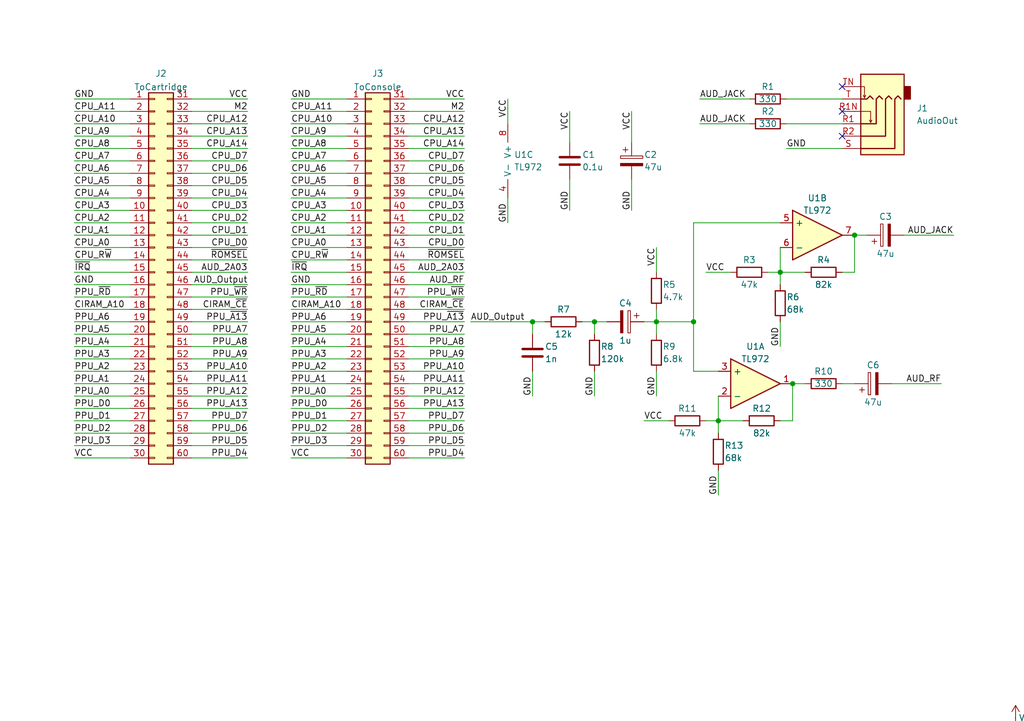
<source format=kicad_sch>
(kicad_sch (version 20230121) (generator eeschema)
  (paper "A5")
  (title_block (title "FC Cartridge Audio Jack") (date "2023-09-26") (rev "0.1.0") (company "Persune"))
  (lib_symbols
    (symbol "Connector_Audio:AudioJack4_SwitchTR1"
      (property "Reference" "J" (at 0 11.43 0))
      (property "Value" "AudioJack4_SwitchTR1" (at 0 8.89 0))
      (symbol "AudioJack4_SwitchTR1_0_1"
        (rectangle (start -7.62 -5.08) (end -8.89 -7.62) (stroke (width 0.254)) (fill (type outline)))
        (polyline (pts (xy 1.27 -5.08) (xy 2.54 -5.08)))
        (polyline (pts (xy 1.27 2.54) (xy 2.54 2.54)))
        (polyline (pts (xy 2.54 0) (xy 1.27 0)))
        (polyline (pts (xy 2.54 5.08) (xy 1.27 5.08)))
        (rectangle (start 1.27 6.35) (end -7.62 -10.16) (stroke (width 0.254)) (fill (type background)))
      )
      (symbol "AudioJack4_SwitchTR1_1_1"
        (polyline (pts (xy -0.762 -0.254) (xy -0.508 -0.762)))
        (polyline (pts (xy 0.508 -5.334) (xy 0.762 -5.842)))
        (polyline (pts (xy -1.27 -5.08) (xy -0.635 -5.715) (xy 0 -5.08) (xy 1.27 -5.08)) (stroke (width 0.254)))
        (polyline (pts (xy 2.54 -7.62) (xy 0.508 -7.62) (xy 0.508 -5.334) (xy 0.254 -5.842)))
        (polyline (pts (xy 2.54 -2.54) (xy -0.762 -2.54) (xy -0.762 -0.254) (xy -1.016 -0.762)))
        (polyline (pts (xy -3.175 -5.08) (xy -2.54 -5.715) (xy -1.905 -5.08) (xy -1.905 0) (xy 1.27 0)) (stroke (width 0.254)))
        (polyline (pts (xy 1.27 2.54) (xy -3.81 2.54) (xy -3.81 -5.08) (xy -4.445 -5.715) (xy -5.08 -5.08)) (stroke (width 0.254)))
        (polyline (pts (xy 1.27 5.08) (xy -5.715 5.08) (xy -5.715 -5.08) (xy -6.35 -5.715) (xy -6.985 -5.08)) (stroke (width 0.254)))
        (pin passive line (at 5.08 0 180) (length 2.54) (name "~") (number "R1"))
        (pin passive line (at 5.08 -2.54 180) (length 2.54) (name "~") (number "R1N"))
        (pin passive line (at 5.08 2.54 180) (length 2.54) (name "~") (number "R2"))
        (pin passive line (at 5.08 5.08 180) (length 2.54) (name "~") (number "S"))
        (pin passive line (at 5.08 -5.08 180) (length 2.54) (name "~") (number "T"))
        (pin passive line (at 5.08 -7.62 180) (length 2.54) (name "~") (number "TN"))
      )
    )
    (symbol "Connector_Generic:Conn_02x30_Top_Bottom" (pin_names (offset 1.016) hide)
      (property "Reference" "J" (at 1.27 38.1 0))
      (property "Value" "Conn_02x30_Top_Bottom" (at 1.27 -40.64 0))
      (symbol "Conn_02x30_Top_Bottom_1_1"
        (rectangle (start -1.27 -37.973) (end 0 -38.227) (stroke (width 0.1524)))
        (rectangle (start -1.27 -35.433) (end 0 -35.687) (stroke (width 0.1524)))
        (rectangle (start -1.27 -32.893) (end 0 -33.147) (stroke (width 0.1524)))
        (rectangle (start -1.27 -30.353) (end 0 -30.607) (stroke (width 0.1524)))
        (rectangle (start -1.27 -27.813) (end 0 -28.067) (stroke (width 0.1524)))
        (rectangle (start -1.27 -25.273) (end 0 -25.527) (stroke (width 0.1524)))
        (rectangle (start -1.27 -22.733) (end 0 -22.987) (stroke (width 0.1524)))
        (rectangle (start -1.27 -20.193) (end 0 -20.447) (stroke (width 0.1524)))
        (rectangle (start -1.27 -17.653) (end 0 -17.907) (stroke (width 0.1524)))
        (rectangle (start -1.27 -15.113) (end 0 -15.367) (stroke (width 0.1524)))
        (rectangle (start -1.27 -12.573) (end 0 -12.827) (stroke (width 0.1524)))
        (rectangle (start -1.27 -10.033) (end 0 -10.287) (stroke (width 0.1524)))
        (rectangle (start -1.27 -7.493) (end 0 -7.747) (stroke (width 0.1524)))
        (rectangle (start -1.27 -4.953) (end 0 -5.207) (stroke (width 0.1524)))
        (rectangle (start -1.27 -2.413) (end 0 -2.667) (stroke (width 0.1524)))
        (rectangle (start -1.27 0.127) (end 0 -0.127) (stroke (width 0.1524)))
        (rectangle (start -1.27 2.667) (end 0 2.413) (stroke (width 0.1524)))
        (rectangle (start -1.27 5.207) (end 0 4.953) (stroke (width 0.1524)))
        (rectangle (start -1.27 7.747) (end 0 7.493) (stroke (width 0.1524)))
        (rectangle (start -1.27 10.287) (end 0 10.033) (stroke (width 0.1524)))
        (rectangle (start -1.27 12.827) (end 0 12.573) (stroke (width 0.1524)))
        (rectangle (start -1.27 15.367) (end 0 15.113) (stroke (width 0.1524)))
        (rectangle (start -1.27 17.907) (end 0 17.653) (stroke (width 0.1524)))
        (rectangle (start -1.27 20.447) (end 0 20.193) (stroke (width 0.1524)))
        (rectangle (start -1.27 22.987) (end 0 22.733) (stroke (width 0.1524)))
        (rectangle (start -1.27 25.527) (end 0 25.273) (stroke (width 0.1524)))
        (rectangle (start -1.27 28.067) (end 0 27.813) (stroke (width 0.1524)))
        (rectangle (start -1.27 30.607) (end 0 30.353) (stroke (width 0.1524)))
        (rectangle (start -1.27 33.147) (end 0 32.893) (stroke (width 0.1524)))
        (rectangle (start -1.27 35.687) (end 0 35.433) (stroke (width 0.1524)))
        (rectangle (start -1.27 36.83) (end 3.81 -39.37) (stroke (width 0.254)) (fill (type background)))
        (rectangle (start 3.81 -37.973) (end 2.54 -38.227) (stroke (width 0.1524)))
        (rectangle (start 3.81 -35.433) (end 2.54 -35.687) (stroke (width 0.1524)))
        (rectangle (start 3.81 -32.893) (end 2.54 -33.147) (stroke (width 0.1524)))
        (rectangle (start 3.81 -30.353) (end 2.54 -30.607) (stroke (width 0.1524)))
        (rectangle (start 3.81 -27.813) (end 2.54 -28.067) (stroke (width 0.1524)))
        (rectangle (start 3.81 -25.273) (end 2.54 -25.527) (stroke (width 0.1524)))
        (rectangle (start 3.81 -22.733) (end 2.54 -22.987) (stroke (width 0.1524)))
        (rectangle (start 3.81 -20.193) (end 2.54 -20.447) (stroke (width 0.1524)))
        (rectangle (start 3.81 -17.653) (end 2.54 -17.907) (stroke (width 0.1524)))
        (rectangle (start 3.81 -15.113) (end 2.54 -15.367) (stroke (width 0.1524)))
        (rectangle (start 3.81 -12.573) (end 2.54 -12.827) (stroke (width 0.1524)))
        (rectangle (start 3.81 -10.033) (end 2.54 -10.287) (stroke (width 0.1524)))
        (rectangle (start 3.81 -7.493) (end 2.54 -7.747) (stroke (width 0.1524)))
        (rectangle (start 3.81 -4.953) (end 2.54 -5.207) (stroke (width 0.1524)))
        (rectangle (start 3.81 -2.413) (end 2.54 -2.667) (stroke (width 0.1524)))
        (rectangle (start 3.81 0.127) (end 2.54 -0.127) (stroke (width 0.1524)))
        (rectangle (start 3.81 2.667) (end 2.54 2.413) (stroke (width 0.1524)))
        (rectangle (start 3.81 5.207) (end 2.54 4.953) (stroke (width 0.1524)))
        (rectangle (start 3.81 7.747) (end 2.54 7.493) (stroke (width 0.1524)))
        (rectangle (start 3.81 10.287) (end 2.54 10.033) (stroke (width 0.1524)))
        (rectangle (start 3.81 12.827) (end 2.54 12.573) (stroke (width 0.1524)))
        (rectangle (start 3.81 15.367) (end 2.54 15.113) (stroke (width 0.1524)))
        (rectangle (start 3.81 17.907) (end 2.54 17.653) (stroke (width 0.1524)))
        (rectangle (start 3.81 20.447) (end 2.54 20.193) (stroke (width 0.1524)))
        (rectangle (start 3.81 22.987) (end 2.54 22.733) (stroke (width 0.1524)))
        (rectangle (start 3.81 25.527) (end 2.54 25.273) (stroke (width 0.1524)))
        (rectangle (start 3.81 28.067) (end 2.54 27.813) (stroke (width 0.1524)))
        (rectangle (start 3.81 30.607) (end 2.54 30.353) (stroke (width 0.1524)))
        (rectangle (start 3.81 33.147) (end 2.54 32.893) (stroke (width 0.1524)))
        (rectangle (start 3.81 35.687) (end 2.54 35.433) (stroke (width 0.1524)))
        (pin passive line (at -5.08 35.56 0) (length 3.81) (name "Pin_1") (number "1"))
        (pin passive line (at -5.08 12.7 0) (length 3.81) (name "Pin_10") (number "10"))
        (pin passive line (at -5.08 10.16 0) (length 3.81) (name "Pin_11") (number "11"))
        (pin passive line (at -5.08 7.62 0) (length 3.81) (name "Pin_12") (number "12"))
        (pin passive line (at -5.08 5.08 0) (length 3.81) (name "Pin_13") (number "13"))
        (pin passive line (at -5.08 2.54 0) (length 3.81) (name "Pin_14") (number "14"))
        (pin passive line (at -5.08 0 0) (length 3.81) (name "Pin_15") (number "15"))
        (pin passive line (at -5.08 -2.54 0) (length 3.81) (name "Pin_16") (number "16"))
        (pin passive line (at -5.08 -5.08 0) (length 3.81) (name "Pin_17") (number "17"))
        (pin passive line (at -5.08 -7.62 0) (length 3.81) (name "Pin_18") (number "18"))
        (pin passive line (at -5.08 -10.16 0) (length 3.81) (name "Pin_19") (number "19"))
        (pin passive line (at -5.08 33.02 0) (length 3.81) (name "Pin_2") (number "2"))
        (pin passive line (at -5.08 -12.7 0) (length 3.81) (name "Pin_20") (number "20"))
        (pin passive line (at -5.08 -15.24 0) (length 3.81) (name "Pin_21") (number "21"))
        (pin passive line (at -5.08 -17.78 0) (length 3.81) (name "Pin_22") (number "22"))
        (pin passive line (at -5.08 -20.32 0) (length 3.81) (name "Pin_23") (number "23"))
        (pin passive line (at -5.08 -22.86 0) (length 3.81) (name "Pin_24") (number "24"))
        (pin passive line (at -5.08 -25.4 0) (length 3.81) (name "Pin_25") (number "25"))
        (pin passive line (at -5.08 -27.94 0) (length 3.81) (name "Pin_26") (number "26"))
        (pin passive line (at -5.08 -30.48 0) (length 3.81) (name "Pin_27") (number "27"))
        (pin passive line (at -5.08 -33.02 0) (length 3.81) (name "Pin_28") (number "28"))
        (pin passive line (at -5.08 -35.56 0) (length 3.81) (name "Pin_29") (number "29"))
        (pin passive line (at -5.08 30.48 0) (length 3.81) (name "Pin_3") (number "3"))
        (pin passive line (at -5.08 -38.1 0) (length 3.81) (name "Pin_30") (number "30"))
        (pin passive line (at 7.62 35.56 180) (length 3.81) (name "Pin_31") (number "31"))
        (pin passive line (at 7.62 33.02 180) (length 3.81) (name "Pin_32") (number "32"))
        (pin passive line (at 7.62 30.48 180) (length 3.81) (name "Pin_33") (number "33"))
        (pin passive line (at 7.62 27.94 180) (length 3.81) (name "Pin_34") (number "34"))
        (pin passive line (at 7.62 25.4 180) (length 3.81) (name "Pin_35") (number "35"))
        (pin passive line (at 7.62 22.86 180) (length 3.81) (name "Pin_36") (number "36"))
        (pin passive line (at 7.62 20.32 180) (length 3.81) (name "Pin_37") (number "37"))
        (pin passive line (at 7.62 17.78 180) (length 3.81) (name "Pin_38") (number "38"))
        (pin passive line (at 7.62 15.24 180) (length 3.81) (name "Pin_39") (number "39"))
        (pin passive line (at -5.08 27.94 0) (length 3.81) (name "Pin_4") (number "4"))
        (pin passive line (at 7.62 12.7 180) (length 3.81) (name "Pin_40") (number "40"))
        (pin passive line (at 7.62 10.16 180) (length 3.81) (name "Pin_41") (number "41"))
        (pin passive line (at 7.62 7.62 180) (length 3.81) (name "Pin_42") (number "42"))
        (pin passive line (at 7.62 5.08 180) (length 3.81) (name "Pin_43") (number "43"))
        (pin passive line (at 7.62 2.54 180) (length 3.81) (name "Pin_44") (number "44"))
        (pin passive line (at 7.62 0 180) (length 3.81) (name "Pin_45") (number "45"))
        (pin passive line (at 7.62 -2.54 180) (length 3.81) (name "Pin_46") (number "46"))
        (pin passive line (at 7.62 -5.08 180) (length 3.81) (name "Pin_47") (number "47"))
        (pin passive line (at 7.62 -7.62 180) (length 3.81) (name "Pin_48") (number "48"))
        (pin passive line (at 7.62 -10.16 180) (length 3.81) (name "Pin_49") (number "49"))
        (pin passive line (at -5.08 25.4 0) (length 3.81) (name "Pin_5") (number "5"))
        (pin passive line (at 7.62 -12.7 180) (length 3.81) (name "Pin_50") (number "50"))
        (pin passive line (at 7.62 -15.24 180) (length 3.81) (name "Pin_51") (number "51"))
        (pin passive line (at 7.62 -17.78 180) (length 3.81) (name "Pin_52") (number "52"))
        (pin passive line (at 7.62 -20.32 180) (length 3.81) (name "Pin_53") (number "53"))
        (pin passive line (at 7.62 -22.86 180) (length 3.81) (name "Pin_54") (number "54"))
        (pin passive line (at 7.62 -25.4 180) (length 3.81) (name "Pin_55") (number "55"))
        (pin passive line (at 7.62 -27.94 180) (length 3.81) (name "Pin_56") (number "56"))
        (pin passive line (at 7.62 -30.48 180) (length 3.81) (name "Pin_57") (number "57"))
        (pin passive line (at 7.62 -33.02 180) (length 3.81) (name "Pin_58") (number "58"))
        (pin passive line (at 7.62 -35.56 180) (length 3.81) (name "Pin_59") (number "59"))
        (pin passive line (at -5.08 22.86 0) (length 3.81) (name "Pin_6") (number "6"))
        (pin passive line (at 7.62 -38.1 180) (length 3.81) (name "Pin_60") (number "60"))
        (pin passive line (at -5.08 20.32 0) (length 3.81) (name "Pin_7") (number "7"))
        (pin passive line (at -5.08 17.78 0) (length 3.81) (name "Pin_8") (number "8"))
        (pin passive line (at -5.08 15.24 0) (length 3.81) (name "Pin_9") (number "9"))
      )
    )
    (symbol "Device:C" (pin_numbers hide) (pin_names (offset 0.254))
      (property "Reference" "C" (at 0.635 2.54 0))
      (property "Value" "C" (at 0.635 -2.54 0))
      (symbol "C_0_1"
        (polyline (pts (xy -2.032 -0.762) (xy 2.032 -0.762)) (stroke (width 0.508)))
        (polyline (pts (xy -2.032 0.762) (xy 2.032 0.762)) (stroke (width 0.508)))
      )
      (symbol "C_1_1"
        (pin passive line (at 0 3.81 270) (length 2.794) (name "~") (number "1"))
        (pin passive line (at 0 -3.81 90) (length 2.794) (name "~") (number "2"))
      )
    )
    (symbol "Device:C_Polarized" (pin_numbers hide) (pin_names (offset 0.254))
      (property "Reference" "C" (at 0.635 2.54 0))
      (property "Value" "C_Polarized" (at 0.635 -2.54 0))
      (symbol "C_Polarized_0_1"
        (rectangle (start -2.286 0.508) (end 2.286 1.016))
        (polyline (pts (xy -1.778 2.286) (xy -0.762 2.286)))
        (polyline (pts (xy -1.27 2.794) (xy -1.27 1.778)))
        (rectangle (start 2.286 -0.508) (end -2.286 -1.016) (fill (type outline)))
      )
      (symbol "C_Polarized_1_1"
        (pin passive line (at 0 3.81 270) (length 2.794) (name "~") (number "1"))
        (pin passive line (at 0 -3.81 90) (length 2.794) (name "~") (number "2"))
      )
    )
    (symbol "Device:Opamp_Dual"
      (property "Reference" "U" (at 0 5.08 0))
      (property "Value" "Opamp_Dual" (at 0 -5.08 0))
      (symbol "Opamp_Dual_1_1"
        (polyline (pts (xy -5.08 5.08) (xy 5.08 0) (xy -5.08 -5.08) (xy -5.08 5.08)) (stroke (width 0.254)) (fill (type background)))
        (pin output line (at 7.62 0 180) (length 2.54) (name "~") (number "1"))
        (pin input line (at -7.62 -2.54 0) (length 2.54) (name "-") (number "2"))
        (pin input line (at -7.62 2.54 0) (length 2.54) (name "+") (number "3"))
      )
      (symbol "Opamp_Dual_2_1"
        (polyline (pts (xy -5.08 5.08) (xy 5.08 0) (xy -5.08 -5.08) (xy -5.08 5.08)) (stroke (width 0.254)) (fill (type background)))
        (pin input line (at -7.62 2.54 0) (length 2.54) (name "+") (number "5"))
        (pin input line (at -7.62 -2.54 0) (length 2.54) (name "-") (number "6"))
        (pin output line (at 7.62 0 180) (length 2.54) (name "~") (number "7"))
      )
      (symbol "Opamp_Dual_3_1"
        (pin power_in line (at -2.54 -7.62 90) (length 3.81) (name "V-") (number "4"))
        (pin power_in line (at -2.54 7.62 270) (length 3.81) (name "V+") (number "8"))
      )
    )
    (symbol "Device:R" (pin_numbers hide) (pin_names (offset 0))
      (property "Reference" "R" (at 2.032 0 90))
      (property "Value" "R" (at 0 0 90))
      (symbol "R_0_1"
        (rectangle (start -1.016 -2.54) (end 1.016 2.54) (stroke (width 0.254)))
      )
      (symbol "R_1_1"
        (pin passive line (at 0 3.81 270) (length 1.27) (name "~") (number "1"))
        (pin passive line (at 0 -3.81 90) (length 1.27) (name "~") (number "2"))
      )
    )
    (symbol "GND_1" (power) (pin_names (offset 0))
      (property "Value" "GND_1" (at 0 -3.81 0))
      (symbol "GND_1_0_1"
        (polyline (pts (xy 0 0) (xy 0 -1.27) (xy 1.27 -1.27) (xy 0 -2.54) (xy -1.27 -1.27) (xy 0 -1.27)))
      )
      (symbol "GND_1_1_1"
        (pin power_in line (at 0 0 270) (length 0) hide (name "GND") (number "1"))
      )
    )
    (symbol "PWR_FLAG_1" (power) (pin_numbers hide) (pin_names (offset 0) hide)
      (property "Value" "PWR_FLAG_1" (at 0 3.81 0))
      (symbol "PWR_FLAG_1_0_0"
        (pin power_out line (at 0 0 90) (length 0) (name "pwr") (number "1"))
      )
      (symbol "PWR_FLAG_1_0_1"
        (polyline (pts (xy 0 0) (xy 0 1.27) (xy -1.016 1.905) (xy 0 2.54) (xy 1.016 1.905) (xy 0 1.27)))
      )
    )
    (symbol "VCC_1" (power) (pin_names (offset 0))
      (property "Value" "VCC_1" (at 0 3.81 0))
      (symbol "VCC_1_0_1"
        (polyline (pts (xy -0.762 1.27) (xy 0 2.54)))
        (polyline (pts (xy 0 0) (xy 0 2.54)))
        (polyline (pts (xy 0 2.54) (xy 0.762 1.27)))
      )
      (symbol "VCC_1_1_1"
        (pin power_in line (at 0 0 90) (length 0) hide (name "VCC") (number "1"))
      )
    )
    (symbol "power:GND" (power) (pin_names (offset 0))
      (property "Value" "GND" (at 0 -3.81 0))
      (symbol "GND_0_1"
        (polyline (pts (xy 0 0) (xy 0 -1.27) (xy 1.27 -1.27) (xy 0 -2.54) (xy -1.27 -1.27) (xy 0 -1.27)))
      )
      (symbol "GND_1_1"
        (pin power_in line (at 0 0 270) (length 0) hide (name "GND") (number "1"))
      )
    )
    (symbol "power:PWR_FLAG" (power) (pin_numbers hide) (pin_names (offset 0) hide)
      (property "Value" "PWR_FLAG" (at 0 3.81 0))
      (symbol "PWR_FLAG_0_0"
        (pin power_out line (at 0 0 90) (length 0) (name "pwr") (number "1"))
      )
      (symbol "PWR_FLAG_0_1"
        (polyline (pts (xy 0 0) (xy 0 1.27) (xy -1.016 1.905) (xy 0 2.54) (xy 1.016 1.905) (xy 0 1.27)))
      )
    )
    (symbol "power:VCC" (power) (pin_names (offset 0))
      (property "Value" "VCC" (at 0 3.81 0))
      (symbol "VCC_0_1"
        (polyline (pts (xy -0.762 1.27) (xy 0 2.54)))
        (polyline (pts (xy 0 0) (xy 0 2.54)))
        (polyline (pts (xy 0 2.54) (xy 0.762 1.27)))
      )
      (symbol "VCC_1_1"
        (pin power_in line (at 0 0 90) (length 0) hide (name "VCC") (number "1"))
      )
    )
  )
  (junction (at 162.56 78.74))
  (junction (at 109.22 66.04))
  (junction (at 142.24 66.04))
  (junction (at 134.62 66.04))
  (junction (at 175.26 48.26))
  (junction (at 160.02 55.88))
  (junction (at 121.92 66.04))
  (junction (at 147.32 86.36))
  (no_connect (at 172.72 27.94))
  (no_connect (at 172.72 17.78))
  (no_connect (at 172.72 22.86))
  (wire (pts (xy 15.24 71.12) (xy 26.67 71.12)))
  (wire (pts (xy 39.37 55.88) (xy 50.8 55.88)))
  (wire (pts (xy 121.92 66.04) (xy 124.46 66.04)))
  (wire (pts (xy 15.24 68.58) (xy 26.67 68.58)))
  (wire (pts (xy 129.54 22.86) (xy 129.54 29.21)))
  (wire (pts (xy 15.24 25.4) (xy 26.67 25.4)))
  (wire (pts (xy 59.69 22.86) (xy 71.12 22.86)))
  (wire (pts (xy 116.84 22.86) (xy 116.84 29.21)))
  (wire (pts (xy 83.82 60.96) (xy 95.25 60.96)))
  (wire (pts (xy 83.82 55.88) (xy 95.25 55.88)))
  (wire (pts (xy 59.69 50.8) (xy 71.12 50.8)))
  (wire (pts (xy 147.32 86.36) (xy 147.32 88.9)))
  (wire (pts (xy 172.72 20.32) (xy 161.29 20.32)))
  (wire (pts (xy 15.24 63.5) (xy 26.67 63.5)))
  (wire (pts (xy 15.24 53.34) (xy 26.67 53.34)))
  (wire (pts (xy 15.24 48.26) (xy 26.67 48.26)))
  (wire (pts (xy 39.37 30.48) (xy 50.8 30.48)))
  (wire (pts (xy 121.92 81.28) (xy 121.92 76.2)))
  (wire (pts (xy 116.84 36.83) (xy 116.84 43.18)))
  (wire (pts (xy 39.37 45.72) (xy 50.8 45.72)))
  (wire (pts (xy 59.69 63.5) (xy 71.12 63.5)))
  (wire (pts (xy 132.08 86.36) (xy 137.16 86.36)))
  (wire (pts (xy 15.24 22.86) (xy 26.67 22.86)))
  (wire (pts (xy 59.69 25.4) (xy 71.12 25.4)))
  (wire (pts (xy 59.69 40.64) (xy 71.12 40.64)))
  (wire (pts (xy 39.37 78.74) (xy 50.8 78.74)))
  (wire (pts (xy 15.24 20.32) (xy 26.67 20.32)))
  (wire (pts (xy 83.82 33.02) (xy 95.25 33.02)))
  (wire (pts (xy 39.37 38.1) (xy 50.8 38.1)))
  (wire (pts (xy 182.88 78.74) (xy 193.04 78.74)))
  (wire (pts (xy 129.54 36.83) (xy 129.54 43.18)))
  (wire (pts (xy 83.82 73.66) (xy 95.25 73.66)))
  (wire (pts (xy 39.37 53.34) (xy 50.8 53.34)))
  (wire (pts (xy 134.62 66.04) (xy 142.24 66.04)))
  (wire (pts (xy 160.02 86.36) (xy 162.56 86.36)))
  (wire (pts (xy 143.51 25.4) (xy 153.67 25.4)))
  (wire (pts (xy 172.72 25.4) (xy 161.29 25.4)))
  (wire (pts (xy 83.82 30.48) (xy 95.25 30.48)))
  (wire (pts (xy 83.82 93.98) (xy 95.25 93.98)))
  (wire (pts (xy 59.69 38.1) (xy 71.12 38.1)))
  (wire (pts (xy 39.37 81.28) (xy 50.8 81.28)))
  (wire (pts (xy 83.82 22.86) (xy 95.25 22.86)))
  (wire (pts (xy 15.24 55.88) (xy 26.67 55.88)))
  (wire (pts (xy 162.56 86.36) (xy 162.56 78.74)))
  (wire (pts (xy 39.37 91.44) (xy 50.8 91.44)))
  (wire (pts (xy 83.82 27.94) (xy 95.25 27.94)))
  (wire (pts (xy 15.24 73.66) (xy 26.67 73.66)))
  (wire (pts (xy 134.62 66.04) (xy 134.62 68.58)))
  (wire (pts (xy 59.69 78.74) (xy 71.12 78.74)))
  (wire (pts (xy 39.37 35.56) (xy 50.8 35.56)))
  (wire (pts (xy 143.51 20.32) (xy 153.67 20.32)))
  (wire (pts (xy 59.69 81.28) (xy 71.12 81.28)))
  (wire (pts (xy 15.24 86.36) (xy 26.67 86.36)))
  (wire (pts (xy 172.72 30.48) (xy 161.29 30.48)))
  (wire (pts (xy 59.69 73.66) (xy 71.12 73.66)))
  (wire (pts (xy 83.82 91.44) (xy 95.25 91.44)))
  (wire (pts (xy 119.38 66.04) (xy 121.92 66.04)))
  (wire (pts (xy 39.37 25.4) (xy 50.8 25.4)))
  (wire (pts (xy 39.37 88.9) (xy 50.8 88.9)))
  (wire (pts (xy 15.24 66.04) (xy 26.67 66.04)))
  (wire (pts (xy 59.69 20.32) (xy 71.12 20.32)))
  (wire (pts (xy 39.37 86.36) (xy 50.8 86.36)))
  (wire (pts (xy 83.82 50.8) (xy 95.25 50.8)))
  (wire (pts (xy 59.69 83.82) (xy 71.12 83.82)))
  (wire (pts (xy 39.37 40.64) (xy 50.8 40.64)))
  (wire (pts (xy 15.24 30.48) (xy 26.67 30.48)))
  (wire (pts (xy 132.08 66.04) (xy 134.62 66.04)))
  (wire (pts (xy 39.37 71.12) (xy 50.8 71.12)))
  (wire (pts (xy 39.37 60.96) (xy 50.8 60.96)))
  (wire (pts (xy 83.82 43.18) (xy 95.25 43.18)))
  (wire (pts (xy 134.62 81.28) (xy 134.62 76.2)))
  (wire (pts (xy 59.69 35.56) (xy 71.12 35.56)))
  (wire (pts (xy 39.37 48.26) (xy 50.8 48.26)))
  (wire (pts (xy 15.24 78.74) (xy 26.67 78.74)))
  (wire (pts (xy 15.24 83.82) (xy 26.67 83.82)))
  (wire (pts (xy 160.02 50.8) (xy 160.02 55.88)))
  (wire (pts (xy 15.24 81.28) (xy 26.67 81.28)))
  (wire (pts (xy 172.72 55.88) (xy 175.26 55.88)))
  (wire (pts (xy 134.62 66.04) (xy 134.62 63.5)))
  (wire (pts (xy 59.69 43.18) (xy 71.12 43.18)))
  (wire (pts (xy 83.82 63.5) (xy 95.25 63.5)))
  (wire (pts (xy 142.24 66.04) (xy 142.24 76.2)))
  (wire (pts (xy 83.82 45.72) (xy 95.25 45.72)))
  (wire (pts (xy 15.24 93.98) (xy 26.67 93.98)))
  (wire (pts (xy 59.69 27.94) (xy 71.12 27.94)))
  (wire (pts (xy 83.82 83.82) (xy 95.25 83.82)))
  (wire (pts (xy 15.24 88.9) (xy 26.67 88.9)))
  (wire (pts (xy 59.69 68.58) (xy 71.12 68.58)))
  (wire (pts (xy 59.69 45.72) (xy 71.12 45.72)))
  (wire (pts (xy 39.37 73.66) (xy 50.8 73.66)))
  (wire (pts (xy 83.82 25.4) (xy 95.25 25.4)))
  (wire (pts (xy 147.32 86.36) (xy 152.4 86.36)))
  (wire (pts (xy 165.1 78.74) (xy 162.56 78.74)))
  (wire (pts (xy 15.24 45.72) (xy 26.67 45.72)))
  (wire (pts (xy 15.24 35.56) (xy 26.67 35.56)))
  (wire (pts (xy 59.69 88.9) (xy 71.12 88.9)))
  (wire (pts (xy 15.24 50.8) (xy 26.67 50.8)))
  (wire (pts (xy 142.24 45.72) (xy 142.24 66.04)))
  (wire (pts (xy 147.32 81.28) (xy 147.32 86.36)))
  (wire (pts (xy 175.26 55.88) (xy 175.26 48.26)))
  (wire (pts (xy 83.82 58.42) (xy 95.25 58.42)))
  (wire (pts (xy 83.82 81.28) (xy 95.25 81.28)))
  (wire (pts (xy 83.82 66.04) (xy 95.25 66.04)))
  (wire (pts (xy 59.69 60.96) (xy 71.12 60.96)))
  (wire (pts (xy 83.82 76.2) (xy 95.25 76.2)))
  (wire (pts (xy 104.14 45.72) (xy 104.14 40.64)))
  (wire (pts (xy 15.24 58.42) (xy 26.67 58.42)))
  (wire (pts (xy 83.82 68.58) (xy 95.25 68.58)))
  (wire (pts (xy 39.37 93.98) (xy 50.8 93.98)))
  (wire (pts (xy 109.22 66.04) (xy 111.76 66.04)))
  (wire (pts (xy 83.82 78.74) (xy 95.25 78.74)))
  (wire (pts (xy 39.37 50.8) (xy 50.8 50.8)))
  (wire (pts (xy 15.24 43.18) (xy 26.67 43.18)))
  (wire (pts (xy 59.69 53.34) (xy 71.12 53.34)))
  (wire (pts (xy 59.69 58.42) (xy 71.12 58.42)))
  (wire (pts (xy 15.24 76.2) (xy 26.67 76.2)))
  (wire (pts (xy 39.37 68.58) (xy 50.8 68.58)))
  (wire (pts (xy 185.42 48.26) (xy 195.58 48.26)))
  (wire (pts (xy 160.02 71.12) (xy 160.02 66.04)))
  (wire (pts (xy 96.52 66.04) (xy 109.22 66.04)))
  (wire (pts (xy 83.82 35.56) (xy 95.25 35.56)))
  (wire (pts (xy 39.37 66.04) (xy 50.8 66.04)))
  (wire (pts (xy 83.82 88.9) (xy 95.25 88.9)))
  (wire (pts (xy 142.24 45.72) (xy 160.02 45.72)))
  (wire (pts (xy 83.82 48.26) (xy 95.25 48.26)))
  (wire (pts (xy 39.37 22.86) (xy 50.8 22.86)))
  (wire (pts (xy 83.82 86.36) (xy 95.25 86.36)))
  (wire (pts (xy 144.78 55.88) (xy 149.86 55.88)))
  (wire (pts (xy 59.69 76.2) (xy 71.12 76.2)))
  (wire (pts (xy 147.32 101.6) (xy 147.32 96.52)))
  (wire (pts (xy 39.37 33.02) (xy 50.8 33.02)))
  (wire (pts (xy 172.72 78.74) (xy 175.26 78.74)))
  (wire (pts (xy 39.37 76.2) (xy 50.8 76.2)))
  (wire (pts (xy 104.14 20.32) (xy 104.14 25.4)))
  (wire (pts (xy 39.37 43.18) (xy 50.8 43.18)))
  (wire (pts (xy 59.69 93.98) (xy 71.12 93.98)))
  (wire (pts (xy 83.82 38.1) (xy 95.25 38.1)))
  (wire (pts (xy 142.24 76.2) (xy 147.32 76.2)))
  (wire (pts (xy 160.02 55.88) (xy 165.1 55.88)))
  (wire (pts (xy 15.24 60.96) (xy 26.67 60.96)))
  (wire (pts (xy 144.78 86.36) (xy 147.32 86.36)))
  (wire (pts (xy 83.82 20.32) (xy 95.25 20.32)))
  (wire (pts (xy 59.69 66.04) (xy 71.12 66.04)))
  (wire (pts (xy 59.69 55.88) (xy 71.12 55.88)))
  (wire (pts (xy 59.69 71.12) (xy 71.12 71.12)))
  (wire (pts (xy 59.69 91.44) (xy 71.12 91.44)))
  (wire (pts (xy 15.24 33.02) (xy 26.67 33.02)))
  (wire (pts (xy 160.02 55.88) (xy 160.02 58.42)))
  (wire (pts (xy 39.37 58.42) (xy 50.8 58.42)))
  (wire (pts (xy 15.24 40.64) (xy 26.67 40.64)))
  (wire (pts (xy 83.82 40.64) (xy 95.25 40.64)))
  (wire (pts (xy 39.37 83.82) (xy 50.8 83.82)))
  (wire (pts (xy 15.24 91.44) (xy 26.67 91.44)))
  (wire (pts (xy 39.37 20.32) (xy 50.8 20.32)))
  (wire (pts (xy 177.8 48.26) (xy 175.26 48.26)))
  (wire (pts (xy 39.37 27.94) (xy 50.8 27.94)))
  (wire (pts (xy 59.69 86.36) (xy 71.12 86.36)))
  (wire (pts (xy 109.22 81.28) (xy 109.22 76.2)))
  (wire (pts (xy 15.24 38.1) (xy 26.67 38.1)))
  (wire (pts (xy 83.82 71.12) (xy 95.25 71.12)))
  (wire (pts (xy 59.69 30.48) (xy 71.12 30.48)))
  (wire (pts (xy 109.22 66.04) (xy 109.22 68.58)))
  (wire (pts (xy 15.24 27.94) (xy 26.67 27.94)))
  (wire (pts (xy 134.62 50.8) (xy 134.62 55.88)))
  (wire (pts (xy 59.69 48.26) (xy 71.12 48.26)))
  (wire (pts (xy 83.82 53.34) (xy 95.25 53.34)))
  (wire (pts (xy 157.48 55.88) (xy 160.02 55.88)))
  (wire (pts (xy 59.69 33.02) (xy 71.12 33.02)))
  (wire (pts (xy 39.37 63.5) (xy 50.8 63.5)))
  (wire (pts (xy 121.92 66.04) (xy 121.92 68.58)))
  (label "VCC" (at 217.17 148.59 180))
  (label "CPU_A11" (at 15.24 22.86 0))
  (label "GND" (at 116.84 43.18 90))
  (label "CPU_A6" (at 59.69 35.56 0))
  (label "GND" (at 217.17 151.13 180))
  (label "PPU_A5" (at 59.69 68.58 0))
  (label "CPU_A2" (at 15.24 45.72 0))
  (label "CPU_D4" (at 95.25 40.64 180))
  (label "PPU_A7" (at 50.8 68.58 180))
  (label "CPU_R~{W}" (at 15.24 53.34 0))
  (label "PPU_A12" (at 50.8 81.28 180))
  (label "PPU_D7" (at 95.25 86.36 180))
  (label "~{IRQ}" (at 59.69 55.88 0))
  (label "CPU_A6" (at 15.24 35.56 0))
  (label "GND" (at 104.14 45.72 90))
  (label "CPU_A1" (at 59.69 48.26 0))
  (label "PPU_A1" (at 15.24 78.74 0))
  (label "~{ROMSEL}" (at 50.8 53.34 180))
  (label "CPU_D2" (at 95.25 45.72 180))
  (label "PPU_D1" (at 15.24 86.36 0))
  (label "CPU_D3" (at 50.8 43.18 180))
  (label "CPU_A0" (at 15.24 50.8 0))
  (label "AUD_JACK" (at 143.51 25.4 0))
  (label "CPU_A9" (at 59.69 27.94 0))
  (label "PPU_~{RD}" (at 15.24 60.96 0))
  (label "PPU_A7" (at 95.25 68.58 180))
  (label "VCC" (at 129.54 22.86 270))
  (label "PPU_A2" (at 15.24 76.2 0))
  (label "CPU_A10" (at 15.24 25.4 0))
  (label "CPU_A3" (at 59.69 43.18 0))
  (label "PPU_A2" (at 59.69 76.2 0))
  (label "PPU_A11" (at 50.8 78.74 180))
  (label "PPU_A8" (at 50.8 71.12 180))
  (label "AUD_2A03" (at 95.25 55.88 180))
  (label "PPU_D5" (at 95.25 91.44 180))
  (label "~{IRQ}" (at 15.24 55.88 0))
  (label "VCC" (at 116.84 22.86 270))
  (label "AUD_2A03" (at 50.8 55.88 180))
  (label "PPU_A3" (at 15.24 73.66 0))
  (label "AUD_Output" (at 50.8 58.42 180))
  (label "M2" (at 95.25 22.86 180))
  (label "PPU_D0" (at 59.69 83.82 0))
  (label "PPU_D7" (at 50.8 86.36 180))
  (label "PPU_D3" (at 59.69 91.44 0))
  (label "PPU_A5" (at 15.24 68.58 0))
  (label "CPU_D6" (at 50.8 35.56 180))
  (label "AUD_JACK" (at 195.58 48.26 180))
  (label "GND" (at 147.32 101.6 90))
  (label "CPU_A12" (at 50.8 25.4 180))
  (label "PPU_A4" (at 15.24 71.12 0))
  (label "VCC" (at 50.8 20.32 180))
  (label "GND" (at 15.24 20.32 0))
  (label "AUD_JACK" (at 143.51 20.32 0))
  (label "CPU_D5" (at 95.25 38.1 180))
  (label "GND" (at 134.62 81.28 90))
  (label "PPU_D3" (at 15.24 91.44 0))
  (label "CPU_D5" (at 50.8 38.1 180))
  (label "CPU_D1" (at 95.25 48.26 180))
  (label "GND" (at 160.02 71.12 90))
  (label "CPU_D3" (at 95.25 43.18 180))
  (label "PPU_A10" (at 50.8 76.2 180))
  (label "PPU_A4" (at 59.69 71.12 0))
  (label "VCC" (at 95.25 20.32 180))
  (label "PPU_A6" (at 15.24 66.04 0))
  (label "CPU_A7" (at 15.24 33.02 0))
  (label "CPU_A8" (at 15.24 30.48 0))
  (label "PPU_D1" (at 59.69 86.36 0))
  (label "PPU_~{WR}" (at 95.25 60.96 180))
  (label "PPU_A11" (at 95.25 78.74 180))
  (label "PPU_A1" (at 59.69 78.74 0))
  (label "CPU_A2" (at 59.69 45.72 0))
  (label "PPU_A9" (at 95.25 73.66 180))
  (label "CPU_A5" (at 15.24 38.1 0))
  (label "PPU_D6" (at 50.8 88.9 180))
  (label "CPU_A3" (at 15.24 43.18 0))
  (label "CPU_A4" (at 59.69 40.64 0))
  (label "VCC" (at 59.69 93.98 0))
  (label "PPU_D5" (at 50.8 91.44 180))
  (label "GND" (at 59.69 58.42 0))
  (label "PPU_A8" (at 95.25 71.12 180))
  (label "CPU_A5" (at 59.69 38.1 0))
  (label "PPU_D0" (at 15.24 83.82 0))
  (label "PPU_A0" (at 15.24 81.28 0))
  (label "CPU_A9" (at 15.24 27.94 0))
  (label "CPU_A13" (at 50.8 27.94 180))
  (label "CPU_D1" (at 50.8 48.26 180))
  (label "CPU_A12" (at 95.25 25.4 180))
  (label "CIRAM_A10" (at 59.69 63.5 0))
  (label "CPU_D6" (at 95.25 35.56 180))
  (label "CPU_A10" (at 59.69 25.4 0))
  (label "CPU_D7" (at 95.25 33.02 180))
  (label "PPU_~{RD}" (at 59.69 60.96 0))
  (label "CIRAM_A10" (at 15.24 63.5 0))
  (label "CPU_D2" (at 50.8 45.72 180))
  (label "CPU_A4" (at 15.24 40.64 0))
  (label "CPU_D0" (at 95.25 50.8 180))
  (label "GND" (at 109.22 81.28 90))
  (label "PPU_~{WR}" (at 50.8 60.96 180))
  (label "GND" (at 161.29 30.48 0))
  (label "GND" (at 15.24 58.42 0))
  (label "CPU_D4" (at 50.8 40.64 180))
  (label "CIRAM_~{CE}" (at 50.8 63.5 180))
  (label "GND" (at 121.92 81.28 90))
  (label "PPU_A6" (at 59.69 66.04 0))
  (label "AUD_RF" (at 193.04 78.74 180))
  (label "CPU_A1" (at 15.24 48.26 0))
  (label "PPU_~{A13}" (at 50.8 66.04 180))
  (label "CIRAM_~{CE}" (at 95.25 63.5 180))
  (label "VCC" (at 132.08 86.36 0))
  (label "CPU_R~{W}" (at 59.69 53.34 0))
  (label "PPU_~{A13}" (at 95.25 66.04 180))
  (label "PPU_A10" (at 95.25 76.2 180))
  (label "VCC" (at 144.78 55.88 0))
  (label "CPU_A8" (at 59.69 30.48 0))
  (label "CPU_A14" (at 95.25 30.48 180))
  (label "CPU_A7" (at 59.69 33.02 0))
  (label "CPU_A13" (at 95.25 27.94 180))
  (label "PPU_D2" (at 15.24 88.9 0))
  (label "M2" (at 50.8 22.86 180))
  (label "CPU_A14" (at 50.8 30.48 180))
  (label "PPU_D6" (at 95.25 88.9 180))
  (label "CPU_D0" (at 50.8 50.8 180))
  (label "CPU_A0" (at 59.69 50.8 0))
  (label "GND" (at 129.54 43.18 90))
  (label "PPU_A13" (at 50.8 83.82 180))
  (label "PPU_A0" (at 59.69 81.28 0))
  (label "PPU_A13" (at 95.25 83.82 180))
  (label "CPU_A11" (at 59.69 22.86 0))
  (label "VCC" (at 104.14 20.32 270))
  (label "PPU_A3" (at 59.69 73.66 0))
  (label "VCC" (at 134.62 50.8 270))
  (label "PPU_D4" (at 50.8 93.98 180))
  (label "AUD_RF" (at 95.25 58.42 180))
  (label "VCC" (at 15.24 93.98 0))
  (label "AUD_Output" (at 96.52 66.04 0))
  (label "PPU_D2" (at 59.69 88.9 0))
  (label "~{ROMSEL}" (at 95.25 53.34 180))
  (label "PPU_A12" (at 95.25 81.28 180))
  (label "PPU_D4" (at 95.25 93.98 180))
  (label "PPU_A9" (at 50.8 73.66 180))
  (label "CPU_D7" (at 50.8 33.02 180))
  (label "GND" (at 59.69 20.32 0))
  (symbol (lib_id "Device:R") (at 115.57 66.04 90) (unit 1)
    (property "Reference" "R7" (at 115.57 63.5 90))
    (property "Value" "12k" (at 115.57 68.58 90))
    (property "Footprint" "Resistor_SMD:R_0805_2012Metric" (effects hide))
  )
  (symbol (lib_id "power:GND") (at 217.17 151.13 90) (unit 1)
    (property "Reference" "#PWR04" (effects hide))
    (property "Value" "GND" (at 219.71 151.13 90) (effects (justify right)))
  )
  (symbol (lib_id "Device:C_Polarized") (at 179.07 78.74 90) (unit 1)
    (property "Reference" "C6" (at 179.07 74.93 90))
    (property "Value" "47u" (at 179.07 82.55 90))
    (property "Footprint" "Capacitor_SMD:CP_Elec_5x5.4" (effects hide))
  )
  (symbol (lib_id "Device:R") (at 134.62 72.39 0) (unit 1)
    (property "Reference" "R9" (at 135.89 71.12 0) (effects (justify left)))
    (property "Value" "6.8k" (at 135.89 73.66 0) (effects (justify left)))
    (property "Footprint" "Resistor_SMD:R_0805_2012Metric" (effects hide))
  )
  (symbol (lib_id "Device:R") (at 168.91 55.88 270) (unit 1)
    (property "Reference" "R4" (at 168.91 53.34 90))
    (property "Value" "82k" (at 168.91 58.42 90))
    (property "Footprint" "Resistor_SMD:R_0805_2012Metric" (effects hide))
  )
  (symbol (lib_id "Connector_Generic:Conn_02x30_Top_Bottom") (at 31.75 55.88 0) (unit 1)
    (property "Reference" "J2" (at 33.02 15.0835 0))
    (property "Value" "ToCartridge" (at 33.02 17.8586 0))
    (property "Footprint" "FC-Cart-Jack:FC_CONN_F" (effects hide))
  )
  (symbol (lib_id "Device:R") (at 156.21 86.36 270) (unit 1)
    (property "Reference" "R12" (at 156.21 83.82 90))
    (property "Value" "82k" (at 156.21 88.9 90))
    (property "Footprint" "Resistor_SMD:R_0805_2012Metric" (effects hide))
  )
  (symbol (lib_id "Device:R") (at 147.32 92.71 180) (unit 1)
    (property "Reference" "R13" (at 148.59 91.44 0) (effects (justify right)))
    (property "Value" "68k" (at 148.59 93.98 0) (effects (justify right)))
    (property "Footprint" "Resistor_SMD:R_0805_2012Metric" (effects hide))
  )
  (symbol (lib_id "Device:R") (at 160.02 62.23 180) (unit 1)
    (property "Reference" "R6" (at 161.29 60.96 0) (effects (justify right)))
    (property "Value" "68k" (at 161.29 63.5 0) (effects (justify right)))
    (property "Footprint" "Resistor_SMD:R_0805_2012Metric" (effects hide))
  )
  (symbol (lib_id "Connector_Generic:Conn_02x30_Top_Bottom") (at 76.2 55.88 0) (unit 1)
    (property "Reference" "J3" (at 77.47 15.0835 0))
    (property "Value" "ToConsole" (at 77.47 17.8586 0))
    (property "Footprint" "FC-Cart-Jack:HVC-TGROM-01" (effects hide))
  )
  (symbol (lib_id "Device:R") (at 168.91 78.74 90) (unit 1)
    (property "Reference" "R10" (at 168.91 76.2 90))
    (property "Value" "330" (at 168.91 78.74 90))
    (property "Footprint" "Resistor_SMD:R_0805_2012Metric" (effects hide))
  )
  (symbol (lib_id "Device:Opamp_Dual") (at 106.68 33.02 0) (unit 3)
    (property "Reference" "U1" (at 105.41 31.75 0) (effects (justify left)))
    (property "Value" "TL972" (at 105.41 34.29 0) (effects (justify left)))
    (property "Footprint" "Package_SO:SO-8_3.9x4.9mm_P1.27mm" (effects hide))
  )
  (symbol (lib_id "power:VCC") (at 217.17 148.59 270) (unit 1)
    (property "Reference" "#PWR02" (effects hide))
    (property "Value" "VCC" (at 219.71 148.59 90) (effects (justify left)))
  )
  (symbol (lib_id "Device:R") (at 134.62 59.69 0) (unit 1)
    (property "Reference" "R5" (at 135.89 58.42 0) (effects (justify left)))
    (property "Value" "4.7k" (at 135.89 60.96 0) (effects (justify left)))
    (property "Footprint" "Resistor_SMD:R_0805_2012Metric" (effects hide))
  )
  (symbol (lib_id "Device:R") (at 157.48 25.4 90) (unit 1)
    (property "Reference" "R2" (at 157.48 22.86 90))
    (property "Value" "330" (at 157.48 25.4 90))
    (property "Footprint" "Resistor_SMD:R_0805_2012Metric" (effects hide))
  )
  (symbol (lib_id "Device:R") (at 140.97 86.36 90) (unit 1)
    (property "Reference" "R11" (at 140.97 83.82 90))
    (property "Value" "47k" (at 140.97 88.9 90))
    (property "Footprint" "Resistor_SMD:R_0805_2012Metric" (effects hide))
  )
  (symbol (lib_name "GND_1") (lib_id "power:GND") (at 208.28 151.13 0) (unit 1)
    (property "Reference" "#PWR03" (effects hide))
    (property "Value" "GND" (at 208.915 151.13 0) (effects (justify left)))
  )
  (symbol (lib_id "Device:R") (at 121.92 72.39 0) (unit 1)
    (property "Reference" "R8" (at 123.19 71.12 0) (effects (justify left)))
    (property "Value" "120k" (at 123.19 73.66 0) (effects (justify left)))
    (property "Footprint" "Resistor_SMD:R_0805_2012Metric" (effects hide))
  )
  (symbol (lib_id "Connector_Audio:AudioJack4_SwitchTR1") (at 177.8 25.4 180) (unit 1)
    (property "Reference" "J1" (at 187.96 22.225 0) (effects (justify right)))
    (property "Value" "AudioOut" (at 187.96 24.765 0) (effects (justify right)))
    (property "Footprint" "FC-Cart-Jack:Jack_3.5mm_PJ-342B-TX-SMT" (effects hide))
  )
  (symbol (lib_name "VCC_1") (lib_id "power:VCC") (at 208.28 147.32 0) (unit 1)
    (property "Reference" "#PWR01" (effects hide))
    (property "Value" "VCC" (at 208.915 147.32 0) (effects (justify left)))
  )
  (symbol (lib_id "Device:C_Polarized") (at 128.27 66.04 270) (unit 1)
    (property "Reference" "C4" (at 128.27 62.23 90))
    (property "Value" "1u" (at 128.27 69.85 90))
    (property "Footprint" "Capacitor_SMD:CP_Elec_4x5.4" (effects hide))
  )
  (symbol (lib_id "Device:C") (at 116.84 33.02 0) (unit 1)
    (property "Reference" "C1" (at 119.38 31.75 0) (effects (justify left)))
    (property "Value" "0.1u" (at 119.38 34.29 0) (effects (justify left)))
    (property "Footprint" "Capacitor_SMD:C_0805_2012Metric" (effects hide))
  )
  (symbol (lib_id "Device:C_Polarized") (at 129.54 33.02 0) (unit 1)
    (property "Reference" "C2" (at 132.08 31.75 0) (effects (justify left)))
    (property "Value" "47u" (at 132.08 34.29 0) (effects (justify left)))
    (property "Footprint" "Capacitor_SMD:CP_Elec_5x5.4" (effects hide))
  )
  (symbol (lib_id "Device:C") (at 109.22 72.39 0) (unit 1)
    (property "Reference" "C5" (at 111.76 71.12 0) (effects (justify left)))
    (property "Value" "1n" (at 111.76 73.66 0) (effects (justify left)))
    (property "Footprint" "Capacitor_SMD:C_0805_2012Metric" (effects hide))
  )
  (symbol (lib_id "Device:Opamp_Dual") (at 154.94 78.74 0) (unit 1)
    (property "Reference" "U1" (at 154.94 71.12 0))
    (property "Value" "TL972" (at 154.94 73.66 0))
    (property "Footprint" "Package_SO:SO-8_3.9x4.9mm_P1.27mm" (effects hide))
  )
  (symbol (lib_id "Device:R") (at 153.67 55.88 90) (unit 1)
    (property "Reference" "R3" (at 153.67 53.34 90))
    (property "Value" "47k" (at 153.67 58.42 90))
    (property "Footprint" "Resistor_SMD:R_0805_2012Metric" (effects hide))
  )
  (symbol (lib_id "Device:R") (at 157.48 20.32 90) (unit 1)
    (property "Reference" "R1" (at 157.48 17.78 90))
    (property "Value" "330" (at 157.48 20.32 90))
    (property "Footprint" "Resistor_SMD:R_0805_2012Metric" (effects hide))
  )
  (symbol (lib_id "Device:C_Polarized") (at 181.61 48.26 90) (unit 1)
    (property "Reference" "C3" (at 181.61 44.45 90))
    (property "Value" "47u" (at 181.61 52.07 90))
    (property "Footprint" "Capacitor_SMD:CP_Elec_5x5.4" (effects hide))
  )
  (symbol (lib_id "power:PWR_FLAG") (at 208.28 147.32 180) (unit 1)
    (property "Reference" "#FLG01" (effects hide))
    (property "Value" "PWR_FLAG" (effects hide))
  )
  (symbol (lib_name "PWR_FLAG_1") (lib_id "power:PWR_FLAG") (at 208.28 151.13 0) (unit 1)
    (property "Reference" "#FLG02" (effects hide))
    (property "Value" "PWR_FLAG" (effects hide))
  )
  (symbol (lib_id "Device:Opamp_Dual") (at 167.64 48.26 0) (unit 2)
    (property "Reference" "U1" (at 167.64 40.64 0))
    (property "Value" "TL972" (at 167.64 43.18 0))
    (property "Footprint" "Package_SO:SO-8_3.9x4.9mm_P1.27mm" (effects hide))
  )
)
</source>
